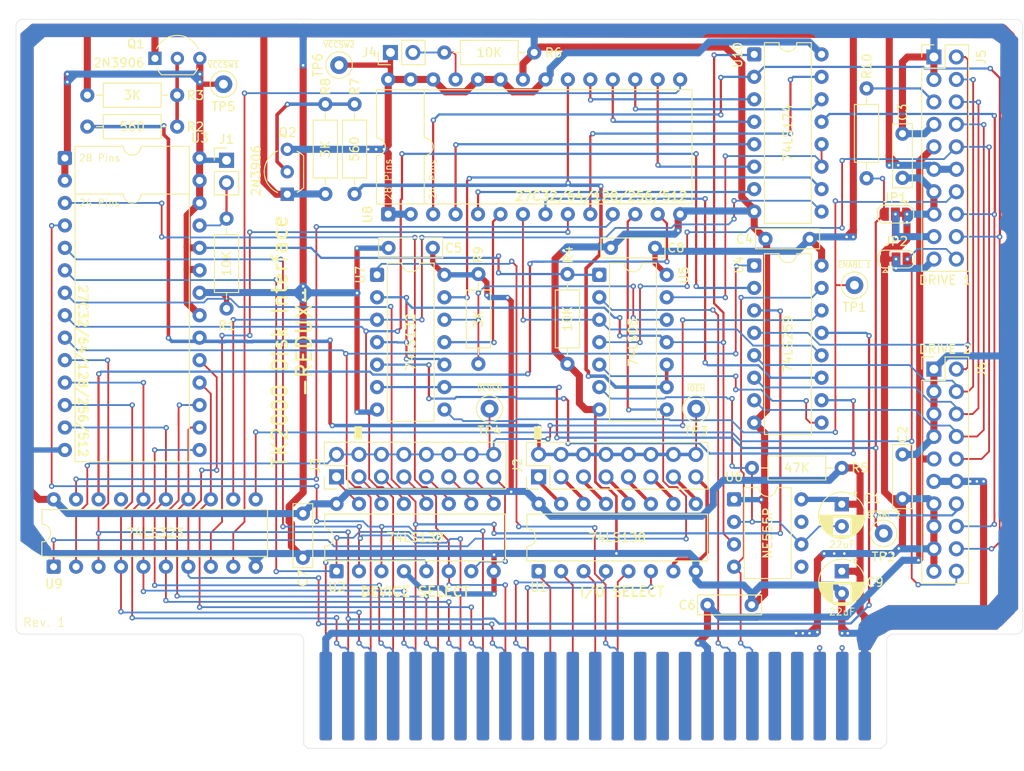
<source format=kicad_pcb>
(kicad_pcb
	(version 20241229)
	(generator "pcbnew")
	(generator_version "9.0")
	(general
		(thickness 1.6)
		(legacy_teardrops no)
	)
	(paper "A4")
	(layers
		(0 "F.Cu" signal)
		(2 "B.Cu" signal)
		(9 "F.Adhes" user "F.Adhesive")
		(11 "B.Adhes" user "B.Adhesive")
		(13 "F.Paste" user)
		(15 "B.Paste" user)
		(5 "F.SilkS" user "F.Silkscreen")
		(7 "B.SilkS" user "B.Silkscreen")
		(1 "F.Mask" user)
		(3 "B.Mask" user)
		(17 "Dwgs.User" user "User.Drawings")
		(19 "Cmts.User" user "User.Comments")
		(21 "Eco1.User" user "User.Eco1")
		(23 "Eco2.User" user "User.Eco2")
		(25 "Edge.Cuts" user)
		(27 "Margin" user)
		(31 "F.CrtYd" user "F.Courtyard")
		(29 "B.CrtYd" user "B.Courtyard")
		(35 "F.Fab" user)
		(33 "B.Fab" user)
		(39 "User.1" user)
		(41 "User.2" user)
		(43 "User.3" user)
		(45 "User.4" user)
	)
	(setup
		(pad_to_mask_clearance 0)
		(allow_soldermask_bridges_in_footprints no)
		(tenting front back)
		(pcbplotparams
			(layerselection 0x00000000_00000000_55555555_5755f5ff)
			(plot_on_all_layers_selection 0x00000000_00000000_00000000_00000000)
			(disableapertmacros no)
			(usegerberextensions no)
			(usegerberattributes yes)
			(usegerberadvancedattributes yes)
			(creategerberjobfile yes)
			(dashed_line_dash_ratio 12.000000)
			(dashed_line_gap_ratio 3.000000)
			(svgprecision 4)
			(plotframeref no)
			(mode 1)
			(useauxorigin no)
			(hpglpennumber 1)
			(hpglpenspeed 20)
			(hpglpendiameter 15.000000)
			(pdf_front_fp_property_popups yes)
			(pdf_back_fp_property_popups yes)
			(pdf_metadata yes)
			(pdf_single_document no)
			(dxfpolygonmode yes)
			(dxfimperialunits yes)
			(dxfusepcbnewfont yes)
			(psnegative no)
			(psa4output no)
			(plot_black_and_white yes)
			(sketchpadsonfab no)
			(plotpadnumbers no)
			(hidednponfab no)
			(sketchdnponfab yes)
			(crossoutdnponfab yes)
			(subtractmaskfromsilk no)
			(outputformat 1)
			(mirror no)
			(drillshape 0)
			(scaleselection 1)
			(outputdirectory "gerbers/")
		)
	)
	(net 0 "")
	(net 1 "-12V")
	(net 2 "GND")
	(net 3 "+5V")
	(net 4 "Net-(U6-THR)")
	(net 5 "+12V")
	(net 6 "Net-(J1-Pin_2)")
	(net 7 "~{IOSEL}")
	(net 8 "Net-(J2-Pin_5)")
	(net 9 "Net-(J2-Pin_7)")
	(net 10 "/VCC_SWITCHED_1")
	(net 11 "Net-(J2-Pin_15)")
	(net 12 "Net-(J2-Pin_3)")
	(net 13 "Net-(J2-Pin_9)")
	(net 14 "Net-(J2-Pin_11)")
	(net 15 "Net-(J2-Pin_13)")
	(net 16 "Net-(J2-Pin_1)")
	(net 17 "Net-(J3-Pin_11)")
	(net 18 "Net-(J3-Pin_5)")
	(net 19 "Net-(J3-Pin_7)")
	(net 20 "Net-(J3-Pin_9)")
	(net 21 "Net-(J3-Pin_1)")
	(net 22 "Net-(J3-Pin_13)")
	(net 23 "Net-(J3-Pin_15)")
	(net 24 "Net-(J3-Pin_3)")
	(net 25 "Net-(J4-Pin_2)")
	(net 26 "/PH1")
	(net 27 "/PH0")
	(net 28 "/WR DATA")
	(net 29 "/W PROT")
	(net 30 "/RD DATA")
	(net 31 "/PH2")
	(net 32 "/PH3")
	(net 33 "Net-(J5-Pin_17)")
	(net 34 "/WR REQ")
	(net 35 "Net-(J5-Pin_19)")
	(net 36 "/~{ENBL 1}")
	(net 37 "Net-(J5-Pin_5)")
	(net 38 "/~{ENBL 2}")
	(net 39 "A12")
	(net 40 "D0")
	(net 41 "A10")
	(net 42 "A3")
	(net 43 "A14")
	(net 44 "D3")
	(net 45 "unconnected-(P1-Pin_40-Pad40)")
	(net 46 "2M")
	(net 47 "~{RESET}")
	(net 48 "unconnected-(P1-Pin_30-Pad30)")
	(net 49 "A4")
	(net 50 "~{EXTC}")
	(net 51 "unconnected-(P1-Pin_18-Pad18)")
	(net 52 "unconnected-(P1-Pin_38-Pad38)")
	(net 53 "D1")
	(net 54 "unconnected-(P1-Pin_29-Pad29)")
	(net 55 "A0")
	(net 56 "A15")
	(net 57 "D6")
	(net 58 "unconnected-(P1-Pin_36-Pad36)")
	(net 59 "A5")
	(net 60 "unconnected-(P1-Pin_22-Pad22)")
	(net 61 "~{EXTE}")
	(net 62 "Net-(P1-Pin_24)")
	(net 63 "~{EXT8}")
	(net 64 "unconnected-(P1-Pin_34-Pad34)")
	(net 65 "A8")
	(net 66 "D2")
	(net 67 "A2")
	(net 68 "D7")
	(net 69 "A7")
	(net 70 "Net-(P1-Pin_23)")
	(net 71 "A6")
	(net 72 "unconnected-(P1-Pin_21-Pad21)")
	(net 73 "~{EXT_MEM}")
	(net 74 "D4")
	(net 75 "D5")
	(net 76 "A9")
	(net 77 "A13")
	(net 78 "A11")
	(net 79 "unconnected-(P1-Pin_39-Pad39)")
	(net 80 "~{EXT6}")
	(net 81 "A1")
	(net 82 "Net-(Q1-B)")
	(net 83 "Net-(Q2-B)")
	(net 84 "Net-(U8-~{CE})")
	(net 85 "Net-(R9-Pad2)")
	(net 86 "Net-(U4-Q6)")
	(net 87 "Net-(U4-Q5)")
	(net 88 "Net-(U4-Q7)")
	(net 89 "Net-(U4-Q4)")
	(net 90 "Net-(U10-D3)")
	(net 91 "Net-(U8-D1)")
	(net 92 "Net-(U10-~{Mr})")
	(net 93 "Net-(U8-A4)")
	(net 94 "Net-(U10-Q3)")
	(net 95 "Net-(U10-Cp)")
	(net 96 "Net-(U8-D3)")
	(net 97 "Net-(U10-Q5)")
	(net 98 "Net-(U10-Q2)")
	(net 99 "Net-(U8-A1)")
	(net 100 "Net-(U10-D2)")
	(net 101 "Net-(U8-D0)")
	(net 102 "Net-(U10-Q1)")
	(net 103 "unconnected-(U6-DIS-Pad7)")
	(net 104 "Net-(U10-D0)")
	(net 105 "unconnected-(U6-CV-Pad5)")
	(net 106 "Net-(U10-D5)")
	(net 107 "Net-(U8-D2)")
	(net 108 "Net-(U10-D1)")
	(net 109 "unconnected-(U9-Q7-Pad17)")
	(net 110 "/VCC_SWITCHED_2")
	(net 111 "/~{IOEN}")
	(net 112 "/~{DEVEN}")
	(footprint "Connector_PinHeader_2.54mm:PinHeader_1x02_P2.54mm_Vertical" (layer "F.Cu") (at 69.565185 66.517185))
	(footprint "TestPoint:TestPoint_Loop_D1.80mm_Drill1.0mm_Beaded" (layer "F.Cu") (at 122.682 94.615))
	(footprint "Capacitor_THT:C_Rect_L7.0mm_W2.0mm_P5.00mm" (layer "F.Cu") (at 118.034185 76.423185 180))
	(footprint "Resistor_THT:R_Axial_DIN0207_L6.3mm_D2.5mm_P10.16mm_Horizontal" (layer "F.Cu") (at 94.203185 54.325185))
	(footprint "TestPoint:TestPoint_Loop_D1.80mm_Drill1.0mm_Beaded" (layer "F.Cu") (at 82.296 55.753))
	(footprint "Connector_PinHeader_2.54mm:PinHeader_1x02_P2.54mm_Vertical" (layer "F.Cu") (at 88.107185 54.325185 90))
	(footprint "Capacitor_THT:CP_Radial_D5.0mm_P2.50mm" (layer "F.Cu") (at 139.161185 112.999185 -90))
	(footprint "Resistor_THT:R_Axial_DIN0207_L6.3mm_D2.5mm_P10.16mm_Horizontal" (layer "F.Cu") (at 84.043185 60.167185 -90))
	(footprint "Capacitor_THT:C_Rect_L7.0mm_W2.0mm_P5.00mm" (layer "F.Cu") (at 146.019185 104.791185 90))
	(footprint "TestPoint:TestPoint_Loop_D1.80mm_Drill1.0mm_Beaded" (layer "F.Cu") (at 99.314 94.615))
	(footprint "Package_DIP:DIP-16_W7.62mm" (layer "F.Cu") (at 129.250185 54.539185))
	(footprint "Package_DIP:DIP-16_W7.62mm" (layer "F.Cu") (at 82.006185 112.994185 90))
	(footprint "Package_TO_SOT_THT:TO-92_Inline_Wide" (layer "F.Cu") (at 61.468 54.991))
	(footprint "Resistor_THT:R_Axial_DIN0207_L6.3mm_D2.5mm_P10.16mm_Horizontal" (layer "F.Cu") (at 141.955185 68.549185 90))
	(footprint "Capacitor_THT:CP_Radial_D5.0mm_P2.50mm" (layer "F.Cu") (at 139.156185 105.419185 -90))
	(footprint "Resistor_THT:R_Axial_DIN0207_L6.3mm_D2.5mm_P10.16mm_Horizontal" (layer "F.Cu") (at 53.817185 59.151185))
	(footprint "Package_DIP:DIP-16_W7.62mm" (layer "F.Cu") (at 104.866185 112.999185 90))
	(footprint "TK2000:DIP-28-24_W15.24mm" (layer "F.Cu") (at 87.853185 72.613185 90))
	(footprint "Package_DIP:DIP-14_W7.62mm" (layer "F.Cu") (at 111.729185 79.471185))
	(footprint "Resistor_THT:R_Axial_DIN0207_L6.3mm_D2.5mm_P10.16mm_Horizontal" (layer "F.Cu") (at 69.565185 73.121185 -90))
	(footprint "TestPoint:TestPoint_Loop_D1.80mm_Drill1.0mm_Beaded" (layer "F.Cu") (at 140.589 80.645))
	(footprint "Capacitor_THT:C_Rect_L7.0mm_W2.0mm_P5.00mm" (layer "F.Cu") (at 146.019185 68.509185 90))
	(footprint "Jumper:SolderJumper-3_P1.3mm_Bridged12_RoundedPad1.0x1.5mm" (layer "F.Cu") (at 145.287185 77.693185))
	(footprint "Resistor_THT:R_Axial_DIN0207_L6.3mm_D2.5mm_P10.16mm_Horizontal" (layer "F.Cu") (at 98.053185 79.382185 -90))
	(footprint "TK2000:DIP-28-24_W15.24mm" (layer "F.Cu") (at 51.277185 66.263185))
	(footprint "Capacitor_THT:C_Rect_L7.0mm_W2.0mm_P5.00mm" (layer "F.Cu") (at 135.525185 75.407185 180))
	(footprint "Capacitor_THT:C_Rect_L7.0mm_W2.0mm_P5.00mm" (layer "F.Cu") (at 78.201185 106.475185 -90))
	(footprint "Capacitor_THT:C_Rect_L7.0mm_W2.0mm_P5.00mm" (layer "F.Cu") (at 92.893185 76.428185 180))
	(footprint "Package_DIP:DIP-14_W7.62mm"
		(layer "F.Cu")
		(uuid "a0622b99-2d5e-4ed7-81b0-0f8cd8a25f7e")
		(at 86.588185 79.471185)
		(descr "14-lead though-hole mounted DIP package, row spacing 7.62mm (300 mils)")
		(tags "THT DIP DIL PDIP 2.54mm 7.62mm 300m
... [377942 chars truncated]
</source>
